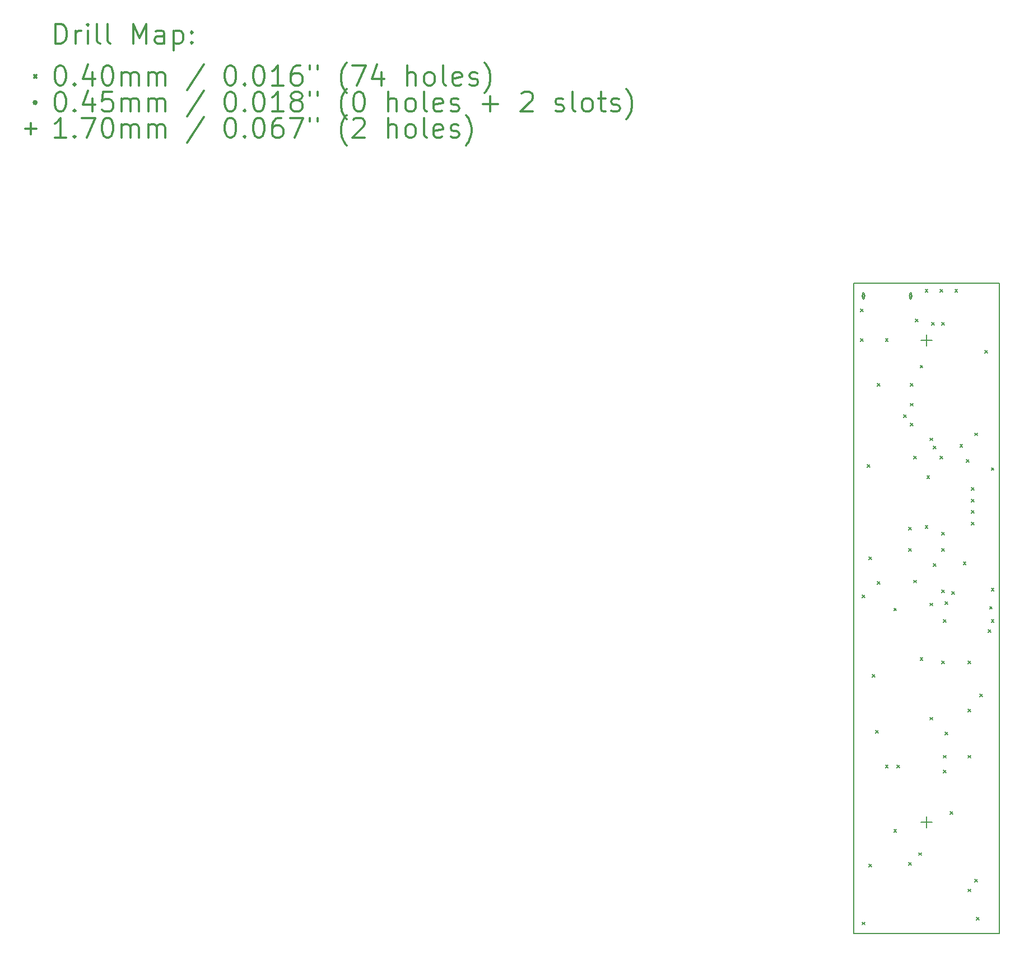
<source format=gbr>
%FSLAX45Y45*%
G04 Gerber Fmt 4.5, Leading zero omitted, Abs format (unit mm)*
G04 Created by KiCad (PCBNEW (5.1.6)-1) date 2021-08-10 23:20:13*
%MOMM*%
%LPD*%
G01*
G04 APERTURE LIST*
%TA.AperFunction,Profile*%
%ADD10C,0.150000*%
%TD*%
%ADD11C,0.200000*%
%ADD12C,0.300000*%
G04 APERTURE END LIST*
D10*
X12350000Y-13930000D02*
X12350000Y-4087500D01*
X14550000Y-13930000D02*
X12350000Y-13930000D01*
X14550000Y-4087500D02*
X14550000Y-13930000D01*
X12350000Y-4087500D02*
X14550000Y-4087500D01*
D11*
X12455000Y-4480000D02*
X12495000Y-4520000D01*
X12495000Y-4480000D02*
X12455000Y-4520000D01*
X12455000Y-4930000D02*
X12495000Y-4970000D01*
X12495000Y-4930000D02*
X12455000Y-4970000D01*
X12480000Y-8805000D02*
X12520000Y-8845000D01*
X12520000Y-8805000D02*
X12480000Y-8845000D01*
X12480000Y-13755000D02*
X12520000Y-13795000D01*
X12520000Y-13755000D02*
X12480000Y-13795000D01*
X12555000Y-6830000D02*
X12595000Y-6870000D01*
X12595000Y-6830000D02*
X12555000Y-6870000D01*
X12580000Y-8230000D02*
X12620000Y-8270000D01*
X12620000Y-8230000D02*
X12580000Y-8270000D01*
X12580000Y-12880000D02*
X12620000Y-12920000D01*
X12620000Y-12880000D02*
X12580000Y-12920000D01*
X12630000Y-10005000D02*
X12670000Y-10045000D01*
X12670000Y-10005000D02*
X12630000Y-10045000D01*
X12680000Y-10855000D02*
X12720000Y-10895000D01*
X12720000Y-10855000D02*
X12680000Y-10895000D01*
X12705000Y-5605000D02*
X12745000Y-5645000D01*
X12745000Y-5605000D02*
X12705000Y-5645000D01*
X12705000Y-8605000D02*
X12745000Y-8645000D01*
X12745000Y-8605000D02*
X12705000Y-8645000D01*
X12830000Y-4930000D02*
X12870000Y-4970000D01*
X12870000Y-4930000D02*
X12830000Y-4970000D01*
X12830000Y-11380000D02*
X12870000Y-11420000D01*
X12870000Y-11380000D02*
X12830000Y-11420000D01*
X12955000Y-9005000D02*
X12995000Y-9045000D01*
X12995000Y-9005000D02*
X12955000Y-9045000D01*
X12955000Y-12355000D02*
X12995000Y-12395000D01*
X12995000Y-12355000D02*
X12955000Y-12395000D01*
X13005000Y-11380000D02*
X13045000Y-11420000D01*
X13045000Y-11380000D02*
X13005000Y-11420000D01*
X13105000Y-6080000D02*
X13145000Y-6120000D01*
X13145000Y-6080000D02*
X13105000Y-6120000D01*
X13180000Y-7780000D02*
X13220000Y-7820000D01*
X13220000Y-7780000D02*
X13180000Y-7820000D01*
X13180000Y-8105000D02*
X13220000Y-8145000D01*
X13220000Y-8105000D02*
X13180000Y-8145000D01*
X13180000Y-12855000D02*
X13220000Y-12895000D01*
X13220000Y-12855000D02*
X13180000Y-12895000D01*
X13205000Y-5605000D02*
X13245000Y-5645000D01*
X13245000Y-5605000D02*
X13205000Y-5645000D01*
X13205000Y-5905000D02*
X13245000Y-5945000D01*
X13245000Y-5905000D02*
X13205000Y-5945000D01*
X13205000Y-6205000D02*
X13245000Y-6245000D01*
X13245000Y-6205000D02*
X13205000Y-6245000D01*
X13255000Y-6705000D02*
X13295000Y-6745000D01*
X13295000Y-6705000D02*
X13255000Y-6745000D01*
X13255000Y-8580000D02*
X13295000Y-8620000D01*
X13295000Y-8580000D02*
X13255000Y-8620000D01*
X13280000Y-4630000D02*
X13320000Y-4670000D01*
X13320000Y-4630000D02*
X13280000Y-4670000D01*
X13330000Y-12705000D02*
X13370000Y-12745000D01*
X13370000Y-12705000D02*
X13330000Y-12745000D01*
X13355000Y-5330000D02*
X13395000Y-5370000D01*
X13395000Y-5330000D02*
X13355000Y-5370000D01*
X13355000Y-9755000D02*
X13395000Y-9795000D01*
X13395000Y-9755000D02*
X13355000Y-9795000D01*
X13430000Y-4180000D02*
X13470000Y-4220000D01*
X13470000Y-4180000D02*
X13430000Y-4220000D01*
X13430000Y-7755000D02*
X13470000Y-7795000D01*
X13470000Y-7755000D02*
X13430000Y-7795000D01*
X13455000Y-7005000D02*
X13495000Y-7045000D01*
X13495000Y-7005000D02*
X13455000Y-7045000D01*
X13503735Y-8928735D02*
X13543735Y-8968735D01*
X13543735Y-8928735D02*
X13503735Y-8968735D01*
X13505000Y-6430000D02*
X13545000Y-6470000D01*
X13545000Y-6430000D02*
X13505000Y-6470000D01*
X13505000Y-10655000D02*
X13545000Y-10695000D01*
X13545000Y-10655000D02*
X13505000Y-10695000D01*
X13530000Y-4680000D02*
X13570000Y-4720000D01*
X13570000Y-4680000D02*
X13530000Y-4720000D01*
X13555000Y-6555000D02*
X13595000Y-6595000D01*
X13595000Y-6555000D02*
X13555000Y-6595000D01*
X13555000Y-8330000D02*
X13595000Y-8370000D01*
X13595000Y-8330000D02*
X13555000Y-8370000D01*
X13655000Y-4180000D02*
X13695000Y-4220000D01*
X13695000Y-4180000D02*
X13655000Y-4220000D01*
X13655000Y-6705000D02*
X13695000Y-6745000D01*
X13695000Y-6705000D02*
X13655000Y-6745000D01*
X13680000Y-4680000D02*
X13720000Y-4720000D01*
X13720000Y-4680000D02*
X13680000Y-4720000D01*
X13680000Y-7855000D02*
X13720000Y-7895000D01*
X13720000Y-7855000D02*
X13680000Y-7895000D01*
X13680000Y-8105000D02*
X13720000Y-8145000D01*
X13720000Y-8105000D02*
X13680000Y-8145000D01*
X13680000Y-8730000D02*
X13720000Y-8770000D01*
X13720000Y-8730000D02*
X13680000Y-8770000D01*
X13680000Y-9805000D02*
X13720000Y-9845000D01*
X13720000Y-9805000D02*
X13680000Y-9845000D01*
X13705000Y-9180000D02*
X13745000Y-9220000D01*
X13745000Y-9180000D02*
X13705000Y-9220000D01*
X13705000Y-11230000D02*
X13745000Y-11270000D01*
X13745000Y-11230000D02*
X13705000Y-11270000D01*
X13705000Y-11455000D02*
X13745000Y-11495000D01*
X13745000Y-11455000D02*
X13705000Y-11495000D01*
X13730000Y-8905000D02*
X13770000Y-8945000D01*
X13770000Y-8905000D02*
X13730000Y-8945000D01*
X13730000Y-10880000D02*
X13770000Y-10920000D01*
X13770000Y-10880000D02*
X13730000Y-10920000D01*
X13805000Y-12080000D02*
X13845000Y-12120000D01*
X13845000Y-12080000D02*
X13805000Y-12120000D01*
X13830000Y-8755000D02*
X13870000Y-8795000D01*
X13870000Y-8755000D02*
X13830000Y-8795000D01*
X13880000Y-4180000D02*
X13920000Y-4220000D01*
X13920000Y-4180000D02*
X13880000Y-4220000D01*
X13955000Y-6530000D02*
X13995000Y-6570000D01*
X13995000Y-6530000D02*
X13955000Y-6570000D01*
X14005000Y-8305000D02*
X14045000Y-8345000D01*
X14045000Y-8305000D02*
X14005000Y-8345000D01*
X14055000Y-6755000D02*
X14095000Y-6795000D01*
X14095000Y-6755000D02*
X14055000Y-6795000D01*
X14080000Y-9805000D02*
X14120000Y-9845000D01*
X14120000Y-9805000D02*
X14080000Y-9845000D01*
X14080000Y-10530000D02*
X14120000Y-10570000D01*
X14120000Y-10530000D02*
X14080000Y-10570000D01*
X14080000Y-11230000D02*
X14120000Y-11270000D01*
X14120000Y-11230000D02*
X14080000Y-11270000D01*
X14080000Y-13255000D02*
X14120000Y-13295000D01*
X14120000Y-13255000D02*
X14080000Y-13295000D01*
X14130000Y-7180000D02*
X14170000Y-7220000D01*
X14170000Y-7180000D02*
X14130000Y-7220000D01*
X14130000Y-7355000D02*
X14170000Y-7395000D01*
X14170000Y-7355000D02*
X14130000Y-7395000D01*
X14130000Y-7530000D02*
X14170000Y-7570000D01*
X14170000Y-7530000D02*
X14130000Y-7570000D01*
X14130000Y-7705000D02*
X14170000Y-7745000D01*
X14170000Y-7705000D02*
X14130000Y-7745000D01*
X14180000Y-6355000D02*
X14220000Y-6395000D01*
X14220000Y-6355000D02*
X14180000Y-6395000D01*
X14180000Y-13105000D02*
X14220000Y-13145000D01*
X14220000Y-13105000D02*
X14180000Y-13145000D01*
X14205000Y-13680000D02*
X14245000Y-13720000D01*
X14245000Y-13680000D02*
X14205000Y-13720000D01*
X14255000Y-10305000D02*
X14295000Y-10345000D01*
X14295000Y-10305000D02*
X14255000Y-10345000D01*
X14330000Y-5105000D02*
X14370000Y-5145000D01*
X14370000Y-5105000D02*
X14330000Y-5145000D01*
X14380000Y-9330000D02*
X14420000Y-9370000D01*
X14420000Y-9330000D02*
X14380000Y-9370000D01*
X14405000Y-8980000D02*
X14445000Y-9020000D01*
X14445000Y-8980000D02*
X14405000Y-9020000D01*
X14430000Y-6880000D02*
X14470000Y-6920000D01*
X14470000Y-6880000D02*
X14430000Y-6920000D01*
X14430000Y-8705000D02*
X14470000Y-8745000D01*
X14470000Y-8705000D02*
X14430000Y-8745000D01*
X14430000Y-9180000D02*
X14470000Y-9220000D01*
X14470000Y-9180000D02*
X14430000Y-9220000D01*
X12519000Y-4280000D02*
G75*
G03*
X12519000Y-4280000I-22500J0D01*
G01*
X12509000Y-4320000D02*
X12509000Y-4240000D01*
X12484000Y-4320000D02*
X12484000Y-4240000D01*
X12509000Y-4240000D02*
G75*
G03*
X12484000Y-4240000I-12500J0D01*
G01*
X12484000Y-4320000D02*
G75*
G03*
X12509000Y-4320000I12500J0D01*
G01*
X13234000Y-4280000D02*
G75*
G03*
X13234000Y-4280000I-22500J0D01*
G01*
X13199000Y-4240000D02*
X13199000Y-4320000D01*
X13224000Y-4240000D02*
X13224000Y-4320000D01*
X13199000Y-4320000D02*
G75*
G03*
X13224000Y-4320000I12500J0D01*
G01*
X13224000Y-4240000D02*
G75*
G03*
X13199000Y-4240000I-12500J0D01*
G01*
X13450000Y-4865000D02*
X13450000Y-5035000D01*
X13365000Y-4950000D02*
X13535000Y-4950000D01*
X13450000Y-12155000D02*
X13450000Y-12325000D01*
X13365000Y-12240000D02*
X13535000Y-12240000D01*
D12*
X286429Y-465714D02*
X286429Y-165714D01*
X357857Y-165714D01*
X400714Y-180000D01*
X429286Y-208571D01*
X443571Y-237143D01*
X457857Y-294286D01*
X457857Y-337143D01*
X443571Y-394286D01*
X429286Y-422857D01*
X400714Y-451428D01*
X357857Y-465714D01*
X286429Y-465714D01*
X586429Y-465714D02*
X586429Y-265714D01*
X586429Y-322857D02*
X600714Y-294286D01*
X615000Y-280000D01*
X643571Y-265714D01*
X672143Y-265714D01*
X772143Y-465714D02*
X772143Y-265714D01*
X772143Y-165714D02*
X757857Y-180000D01*
X772143Y-194286D01*
X786428Y-180000D01*
X772143Y-165714D01*
X772143Y-194286D01*
X957857Y-465714D02*
X929286Y-451428D01*
X915000Y-422857D01*
X915000Y-165714D01*
X1115000Y-465714D02*
X1086429Y-451428D01*
X1072143Y-422857D01*
X1072143Y-165714D01*
X1457857Y-465714D02*
X1457857Y-165714D01*
X1557857Y-380000D01*
X1657857Y-165714D01*
X1657857Y-465714D01*
X1929286Y-465714D02*
X1929286Y-308571D01*
X1915000Y-280000D01*
X1886428Y-265714D01*
X1829286Y-265714D01*
X1800714Y-280000D01*
X1929286Y-451428D02*
X1900714Y-465714D01*
X1829286Y-465714D01*
X1800714Y-451428D01*
X1786428Y-422857D01*
X1786428Y-394286D01*
X1800714Y-365714D01*
X1829286Y-351428D01*
X1900714Y-351428D01*
X1929286Y-337143D01*
X2072143Y-265714D02*
X2072143Y-565714D01*
X2072143Y-280000D02*
X2100714Y-265714D01*
X2157857Y-265714D01*
X2186429Y-280000D01*
X2200714Y-294286D01*
X2215000Y-322857D01*
X2215000Y-408571D01*
X2200714Y-437143D01*
X2186429Y-451428D01*
X2157857Y-465714D01*
X2100714Y-465714D01*
X2072143Y-451428D01*
X2343571Y-437143D02*
X2357857Y-451428D01*
X2343571Y-465714D01*
X2329286Y-451428D01*
X2343571Y-437143D01*
X2343571Y-465714D01*
X2343571Y-280000D02*
X2357857Y-294286D01*
X2343571Y-308571D01*
X2329286Y-294286D01*
X2343571Y-280000D01*
X2343571Y-308571D01*
X-40000Y-940000D02*
X0Y-980000D01*
X0Y-940000D02*
X-40000Y-980000D01*
X343571Y-795714D02*
X372143Y-795714D01*
X400714Y-810000D01*
X415000Y-824286D01*
X429286Y-852857D01*
X443571Y-910000D01*
X443571Y-981428D01*
X429286Y-1038571D01*
X415000Y-1067143D01*
X400714Y-1081429D01*
X372143Y-1095714D01*
X343571Y-1095714D01*
X315000Y-1081429D01*
X300714Y-1067143D01*
X286429Y-1038571D01*
X272143Y-981428D01*
X272143Y-910000D01*
X286429Y-852857D01*
X300714Y-824286D01*
X315000Y-810000D01*
X343571Y-795714D01*
X572143Y-1067143D02*
X586429Y-1081429D01*
X572143Y-1095714D01*
X557857Y-1081429D01*
X572143Y-1067143D01*
X572143Y-1095714D01*
X843571Y-895714D02*
X843571Y-1095714D01*
X772143Y-781428D02*
X700714Y-995714D01*
X886428Y-995714D01*
X1057857Y-795714D02*
X1086429Y-795714D01*
X1115000Y-810000D01*
X1129286Y-824286D01*
X1143571Y-852857D01*
X1157857Y-910000D01*
X1157857Y-981428D01*
X1143571Y-1038571D01*
X1129286Y-1067143D01*
X1115000Y-1081429D01*
X1086429Y-1095714D01*
X1057857Y-1095714D01*
X1029286Y-1081429D01*
X1015000Y-1067143D01*
X1000714Y-1038571D01*
X986428Y-981428D01*
X986428Y-910000D01*
X1000714Y-852857D01*
X1015000Y-824286D01*
X1029286Y-810000D01*
X1057857Y-795714D01*
X1286429Y-1095714D02*
X1286429Y-895714D01*
X1286429Y-924286D02*
X1300714Y-910000D01*
X1329286Y-895714D01*
X1372143Y-895714D01*
X1400714Y-910000D01*
X1415000Y-938571D01*
X1415000Y-1095714D01*
X1415000Y-938571D02*
X1429286Y-910000D01*
X1457857Y-895714D01*
X1500714Y-895714D01*
X1529286Y-910000D01*
X1543571Y-938571D01*
X1543571Y-1095714D01*
X1686428Y-1095714D02*
X1686428Y-895714D01*
X1686428Y-924286D02*
X1700714Y-910000D01*
X1729286Y-895714D01*
X1772143Y-895714D01*
X1800714Y-910000D01*
X1815000Y-938571D01*
X1815000Y-1095714D01*
X1815000Y-938571D02*
X1829286Y-910000D01*
X1857857Y-895714D01*
X1900714Y-895714D01*
X1929286Y-910000D01*
X1943571Y-938571D01*
X1943571Y-1095714D01*
X2529286Y-781428D02*
X2272143Y-1167143D01*
X2915000Y-795714D02*
X2943571Y-795714D01*
X2972143Y-810000D01*
X2986428Y-824286D01*
X3000714Y-852857D01*
X3015000Y-910000D01*
X3015000Y-981428D01*
X3000714Y-1038571D01*
X2986428Y-1067143D01*
X2972143Y-1081429D01*
X2943571Y-1095714D01*
X2915000Y-1095714D01*
X2886428Y-1081429D01*
X2872143Y-1067143D01*
X2857857Y-1038571D01*
X2843571Y-981428D01*
X2843571Y-910000D01*
X2857857Y-852857D01*
X2872143Y-824286D01*
X2886428Y-810000D01*
X2915000Y-795714D01*
X3143571Y-1067143D02*
X3157857Y-1081429D01*
X3143571Y-1095714D01*
X3129286Y-1081429D01*
X3143571Y-1067143D01*
X3143571Y-1095714D01*
X3343571Y-795714D02*
X3372143Y-795714D01*
X3400714Y-810000D01*
X3415000Y-824286D01*
X3429286Y-852857D01*
X3443571Y-910000D01*
X3443571Y-981428D01*
X3429286Y-1038571D01*
X3415000Y-1067143D01*
X3400714Y-1081429D01*
X3372143Y-1095714D01*
X3343571Y-1095714D01*
X3315000Y-1081429D01*
X3300714Y-1067143D01*
X3286428Y-1038571D01*
X3272143Y-981428D01*
X3272143Y-910000D01*
X3286428Y-852857D01*
X3300714Y-824286D01*
X3315000Y-810000D01*
X3343571Y-795714D01*
X3729286Y-1095714D02*
X3557857Y-1095714D01*
X3643571Y-1095714D02*
X3643571Y-795714D01*
X3615000Y-838571D01*
X3586428Y-867143D01*
X3557857Y-881428D01*
X3986428Y-795714D02*
X3929286Y-795714D01*
X3900714Y-810000D01*
X3886428Y-824286D01*
X3857857Y-867143D01*
X3843571Y-924286D01*
X3843571Y-1038571D01*
X3857857Y-1067143D01*
X3872143Y-1081429D01*
X3900714Y-1095714D01*
X3957857Y-1095714D01*
X3986428Y-1081429D01*
X4000714Y-1067143D01*
X4015000Y-1038571D01*
X4015000Y-967143D01*
X4000714Y-938571D01*
X3986428Y-924286D01*
X3957857Y-910000D01*
X3900714Y-910000D01*
X3872143Y-924286D01*
X3857857Y-938571D01*
X3843571Y-967143D01*
X4129286Y-795714D02*
X4129286Y-852857D01*
X4243571Y-795714D02*
X4243571Y-852857D01*
X4686429Y-1210000D02*
X4672143Y-1195714D01*
X4643571Y-1152857D01*
X4629286Y-1124286D01*
X4615000Y-1081429D01*
X4600714Y-1010000D01*
X4600714Y-952857D01*
X4615000Y-881428D01*
X4629286Y-838571D01*
X4643571Y-810000D01*
X4672143Y-767143D01*
X4686429Y-752857D01*
X4772143Y-795714D02*
X4972143Y-795714D01*
X4843571Y-1095714D01*
X5215000Y-895714D02*
X5215000Y-1095714D01*
X5143571Y-781428D02*
X5072143Y-995714D01*
X5257857Y-995714D01*
X5600714Y-1095714D02*
X5600714Y-795714D01*
X5729286Y-1095714D02*
X5729286Y-938571D01*
X5715000Y-910000D01*
X5686428Y-895714D01*
X5643571Y-895714D01*
X5615000Y-910000D01*
X5600714Y-924286D01*
X5915000Y-1095714D02*
X5886428Y-1081429D01*
X5872143Y-1067143D01*
X5857857Y-1038571D01*
X5857857Y-952857D01*
X5872143Y-924286D01*
X5886428Y-910000D01*
X5915000Y-895714D01*
X5957857Y-895714D01*
X5986428Y-910000D01*
X6000714Y-924286D01*
X6015000Y-952857D01*
X6015000Y-1038571D01*
X6000714Y-1067143D01*
X5986428Y-1081429D01*
X5957857Y-1095714D01*
X5915000Y-1095714D01*
X6186428Y-1095714D02*
X6157857Y-1081429D01*
X6143571Y-1052857D01*
X6143571Y-795714D01*
X6415000Y-1081429D02*
X6386428Y-1095714D01*
X6329286Y-1095714D01*
X6300714Y-1081429D01*
X6286428Y-1052857D01*
X6286428Y-938571D01*
X6300714Y-910000D01*
X6329286Y-895714D01*
X6386428Y-895714D01*
X6415000Y-910000D01*
X6429286Y-938571D01*
X6429286Y-967143D01*
X6286428Y-995714D01*
X6543571Y-1081429D02*
X6572143Y-1095714D01*
X6629286Y-1095714D01*
X6657857Y-1081429D01*
X6672143Y-1052857D01*
X6672143Y-1038571D01*
X6657857Y-1010000D01*
X6629286Y-995714D01*
X6586428Y-995714D01*
X6557857Y-981428D01*
X6543571Y-952857D01*
X6543571Y-938571D01*
X6557857Y-910000D01*
X6586428Y-895714D01*
X6629286Y-895714D01*
X6657857Y-910000D01*
X6772143Y-1210000D02*
X6786428Y-1195714D01*
X6815000Y-1152857D01*
X6829286Y-1124286D01*
X6843571Y-1081429D01*
X6857857Y-1010000D01*
X6857857Y-952857D01*
X6843571Y-881428D01*
X6829286Y-838571D01*
X6815000Y-810000D01*
X6786428Y-767143D01*
X6772143Y-752857D01*
X0Y-1356000D02*
G75*
G03*
X0Y-1356000I-22500J0D01*
G01*
X343571Y-1191714D02*
X372143Y-1191714D01*
X400714Y-1206000D01*
X415000Y-1220286D01*
X429286Y-1248857D01*
X443571Y-1306000D01*
X443571Y-1377429D01*
X429286Y-1434571D01*
X415000Y-1463143D01*
X400714Y-1477428D01*
X372143Y-1491714D01*
X343571Y-1491714D01*
X315000Y-1477428D01*
X300714Y-1463143D01*
X286429Y-1434571D01*
X272143Y-1377429D01*
X272143Y-1306000D01*
X286429Y-1248857D01*
X300714Y-1220286D01*
X315000Y-1206000D01*
X343571Y-1191714D01*
X572143Y-1463143D02*
X586429Y-1477428D01*
X572143Y-1491714D01*
X557857Y-1477428D01*
X572143Y-1463143D01*
X572143Y-1491714D01*
X843571Y-1291714D02*
X843571Y-1491714D01*
X772143Y-1177429D02*
X700714Y-1391714D01*
X886428Y-1391714D01*
X1143571Y-1191714D02*
X1000714Y-1191714D01*
X986428Y-1334571D01*
X1000714Y-1320286D01*
X1029286Y-1306000D01*
X1100714Y-1306000D01*
X1129286Y-1320286D01*
X1143571Y-1334571D01*
X1157857Y-1363143D01*
X1157857Y-1434571D01*
X1143571Y-1463143D01*
X1129286Y-1477428D01*
X1100714Y-1491714D01*
X1029286Y-1491714D01*
X1000714Y-1477428D01*
X986428Y-1463143D01*
X1286429Y-1491714D02*
X1286429Y-1291714D01*
X1286429Y-1320286D02*
X1300714Y-1306000D01*
X1329286Y-1291714D01*
X1372143Y-1291714D01*
X1400714Y-1306000D01*
X1415000Y-1334571D01*
X1415000Y-1491714D01*
X1415000Y-1334571D02*
X1429286Y-1306000D01*
X1457857Y-1291714D01*
X1500714Y-1291714D01*
X1529286Y-1306000D01*
X1543571Y-1334571D01*
X1543571Y-1491714D01*
X1686428Y-1491714D02*
X1686428Y-1291714D01*
X1686428Y-1320286D02*
X1700714Y-1306000D01*
X1729286Y-1291714D01*
X1772143Y-1291714D01*
X1800714Y-1306000D01*
X1815000Y-1334571D01*
X1815000Y-1491714D01*
X1815000Y-1334571D02*
X1829286Y-1306000D01*
X1857857Y-1291714D01*
X1900714Y-1291714D01*
X1929286Y-1306000D01*
X1943571Y-1334571D01*
X1943571Y-1491714D01*
X2529286Y-1177429D02*
X2272143Y-1563143D01*
X2915000Y-1191714D02*
X2943571Y-1191714D01*
X2972143Y-1206000D01*
X2986428Y-1220286D01*
X3000714Y-1248857D01*
X3015000Y-1306000D01*
X3015000Y-1377429D01*
X3000714Y-1434571D01*
X2986428Y-1463143D01*
X2972143Y-1477428D01*
X2943571Y-1491714D01*
X2915000Y-1491714D01*
X2886428Y-1477428D01*
X2872143Y-1463143D01*
X2857857Y-1434571D01*
X2843571Y-1377429D01*
X2843571Y-1306000D01*
X2857857Y-1248857D01*
X2872143Y-1220286D01*
X2886428Y-1206000D01*
X2915000Y-1191714D01*
X3143571Y-1463143D02*
X3157857Y-1477428D01*
X3143571Y-1491714D01*
X3129286Y-1477428D01*
X3143571Y-1463143D01*
X3143571Y-1491714D01*
X3343571Y-1191714D02*
X3372143Y-1191714D01*
X3400714Y-1206000D01*
X3415000Y-1220286D01*
X3429286Y-1248857D01*
X3443571Y-1306000D01*
X3443571Y-1377429D01*
X3429286Y-1434571D01*
X3415000Y-1463143D01*
X3400714Y-1477428D01*
X3372143Y-1491714D01*
X3343571Y-1491714D01*
X3315000Y-1477428D01*
X3300714Y-1463143D01*
X3286428Y-1434571D01*
X3272143Y-1377429D01*
X3272143Y-1306000D01*
X3286428Y-1248857D01*
X3300714Y-1220286D01*
X3315000Y-1206000D01*
X3343571Y-1191714D01*
X3729286Y-1491714D02*
X3557857Y-1491714D01*
X3643571Y-1491714D02*
X3643571Y-1191714D01*
X3615000Y-1234571D01*
X3586428Y-1263143D01*
X3557857Y-1277429D01*
X3900714Y-1320286D02*
X3872143Y-1306000D01*
X3857857Y-1291714D01*
X3843571Y-1263143D01*
X3843571Y-1248857D01*
X3857857Y-1220286D01*
X3872143Y-1206000D01*
X3900714Y-1191714D01*
X3957857Y-1191714D01*
X3986428Y-1206000D01*
X4000714Y-1220286D01*
X4015000Y-1248857D01*
X4015000Y-1263143D01*
X4000714Y-1291714D01*
X3986428Y-1306000D01*
X3957857Y-1320286D01*
X3900714Y-1320286D01*
X3872143Y-1334571D01*
X3857857Y-1348857D01*
X3843571Y-1377429D01*
X3843571Y-1434571D01*
X3857857Y-1463143D01*
X3872143Y-1477428D01*
X3900714Y-1491714D01*
X3957857Y-1491714D01*
X3986428Y-1477428D01*
X4000714Y-1463143D01*
X4015000Y-1434571D01*
X4015000Y-1377429D01*
X4000714Y-1348857D01*
X3986428Y-1334571D01*
X3957857Y-1320286D01*
X4129286Y-1191714D02*
X4129286Y-1248857D01*
X4243571Y-1191714D02*
X4243571Y-1248857D01*
X4686429Y-1606000D02*
X4672143Y-1591714D01*
X4643571Y-1548857D01*
X4629286Y-1520286D01*
X4615000Y-1477428D01*
X4600714Y-1406000D01*
X4600714Y-1348857D01*
X4615000Y-1277429D01*
X4629286Y-1234571D01*
X4643571Y-1206000D01*
X4672143Y-1163143D01*
X4686429Y-1148857D01*
X4857857Y-1191714D02*
X4886429Y-1191714D01*
X4915000Y-1206000D01*
X4929286Y-1220286D01*
X4943571Y-1248857D01*
X4957857Y-1306000D01*
X4957857Y-1377429D01*
X4943571Y-1434571D01*
X4929286Y-1463143D01*
X4915000Y-1477428D01*
X4886429Y-1491714D01*
X4857857Y-1491714D01*
X4829286Y-1477428D01*
X4815000Y-1463143D01*
X4800714Y-1434571D01*
X4786429Y-1377429D01*
X4786429Y-1306000D01*
X4800714Y-1248857D01*
X4815000Y-1220286D01*
X4829286Y-1206000D01*
X4857857Y-1191714D01*
X5315000Y-1491714D02*
X5315000Y-1191714D01*
X5443571Y-1491714D02*
X5443571Y-1334571D01*
X5429286Y-1306000D01*
X5400714Y-1291714D01*
X5357857Y-1291714D01*
X5329286Y-1306000D01*
X5315000Y-1320286D01*
X5629286Y-1491714D02*
X5600714Y-1477428D01*
X5586429Y-1463143D01*
X5572143Y-1434571D01*
X5572143Y-1348857D01*
X5586429Y-1320286D01*
X5600714Y-1306000D01*
X5629286Y-1291714D01*
X5672143Y-1291714D01*
X5700714Y-1306000D01*
X5715000Y-1320286D01*
X5729286Y-1348857D01*
X5729286Y-1434571D01*
X5715000Y-1463143D01*
X5700714Y-1477428D01*
X5672143Y-1491714D01*
X5629286Y-1491714D01*
X5900714Y-1491714D02*
X5872143Y-1477428D01*
X5857857Y-1448857D01*
X5857857Y-1191714D01*
X6129286Y-1477428D02*
X6100714Y-1491714D01*
X6043571Y-1491714D01*
X6015000Y-1477428D01*
X6000714Y-1448857D01*
X6000714Y-1334571D01*
X6015000Y-1306000D01*
X6043571Y-1291714D01*
X6100714Y-1291714D01*
X6129286Y-1306000D01*
X6143571Y-1334571D01*
X6143571Y-1363143D01*
X6000714Y-1391714D01*
X6257857Y-1477428D02*
X6286428Y-1491714D01*
X6343571Y-1491714D01*
X6372143Y-1477428D01*
X6386428Y-1448857D01*
X6386428Y-1434571D01*
X6372143Y-1406000D01*
X6343571Y-1391714D01*
X6300714Y-1391714D01*
X6272143Y-1377429D01*
X6257857Y-1348857D01*
X6257857Y-1334571D01*
X6272143Y-1306000D01*
X6300714Y-1291714D01*
X6343571Y-1291714D01*
X6372143Y-1306000D01*
X6743571Y-1377429D02*
X6972143Y-1377429D01*
X6857857Y-1491714D02*
X6857857Y-1263143D01*
X7329286Y-1220286D02*
X7343571Y-1206000D01*
X7372143Y-1191714D01*
X7443571Y-1191714D01*
X7472143Y-1206000D01*
X7486428Y-1220286D01*
X7500714Y-1248857D01*
X7500714Y-1277429D01*
X7486428Y-1320286D01*
X7315000Y-1491714D01*
X7500714Y-1491714D01*
X7843571Y-1477428D02*
X7872143Y-1491714D01*
X7929286Y-1491714D01*
X7957857Y-1477428D01*
X7972143Y-1448857D01*
X7972143Y-1434571D01*
X7957857Y-1406000D01*
X7929286Y-1391714D01*
X7886428Y-1391714D01*
X7857857Y-1377429D01*
X7843571Y-1348857D01*
X7843571Y-1334571D01*
X7857857Y-1306000D01*
X7886428Y-1291714D01*
X7929286Y-1291714D01*
X7957857Y-1306000D01*
X8143571Y-1491714D02*
X8115000Y-1477428D01*
X8100714Y-1448857D01*
X8100714Y-1191714D01*
X8300714Y-1491714D02*
X8272143Y-1477428D01*
X8257857Y-1463143D01*
X8243571Y-1434571D01*
X8243571Y-1348857D01*
X8257857Y-1320286D01*
X8272143Y-1306000D01*
X8300714Y-1291714D01*
X8343571Y-1291714D01*
X8372143Y-1306000D01*
X8386428Y-1320286D01*
X8400714Y-1348857D01*
X8400714Y-1434571D01*
X8386428Y-1463143D01*
X8372143Y-1477428D01*
X8343571Y-1491714D01*
X8300714Y-1491714D01*
X8486429Y-1291714D02*
X8600714Y-1291714D01*
X8529286Y-1191714D02*
X8529286Y-1448857D01*
X8543571Y-1477428D01*
X8572143Y-1491714D01*
X8600714Y-1491714D01*
X8686429Y-1477428D02*
X8715000Y-1491714D01*
X8772143Y-1491714D01*
X8800714Y-1477428D01*
X8815000Y-1448857D01*
X8815000Y-1434571D01*
X8800714Y-1406000D01*
X8772143Y-1391714D01*
X8729286Y-1391714D01*
X8700714Y-1377429D01*
X8686429Y-1348857D01*
X8686429Y-1334571D01*
X8700714Y-1306000D01*
X8729286Y-1291714D01*
X8772143Y-1291714D01*
X8800714Y-1306000D01*
X8915000Y-1606000D02*
X8929286Y-1591714D01*
X8957857Y-1548857D01*
X8972143Y-1520286D01*
X8986429Y-1477428D01*
X9000714Y-1406000D01*
X9000714Y-1348857D01*
X8986429Y-1277429D01*
X8972143Y-1234571D01*
X8957857Y-1206000D01*
X8929286Y-1163143D01*
X8915000Y-1148857D01*
X-85000Y-1667000D02*
X-85000Y-1837000D01*
X-170000Y-1752000D02*
X0Y-1752000D01*
X443571Y-1887714D02*
X272143Y-1887714D01*
X357857Y-1887714D02*
X357857Y-1587714D01*
X329286Y-1630571D01*
X300714Y-1659143D01*
X272143Y-1673428D01*
X572143Y-1859143D02*
X586429Y-1873428D01*
X572143Y-1887714D01*
X557857Y-1873428D01*
X572143Y-1859143D01*
X572143Y-1887714D01*
X686429Y-1587714D02*
X886428Y-1587714D01*
X757857Y-1887714D01*
X1057857Y-1587714D02*
X1086429Y-1587714D01*
X1115000Y-1602000D01*
X1129286Y-1616286D01*
X1143571Y-1644857D01*
X1157857Y-1702000D01*
X1157857Y-1773428D01*
X1143571Y-1830571D01*
X1129286Y-1859143D01*
X1115000Y-1873428D01*
X1086429Y-1887714D01*
X1057857Y-1887714D01*
X1029286Y-1873428D01*
X1015000Y-1859143D01*
X1000714Y-1830571D01*
X986428Y-1773428D01*
X986428Y-1702000D01*
X1000714Y-1644857D01*
X1015000Y-1616286D01*
X1029286Y-1602000D01*
X1057857Y-1587714D01*
X1286429Y-1887714D02*
X1286429Y-1687714D01*
X1286429Y-1716286D02*
X1300714Y-1702000D01*
X1329286Y-1687714D01*
X1372143Y-1687714D01*
X1400714Y-1702000D01*
X1415000Y-1730571D01*
X1415000Y-1887714D01*
X1415000Y-1730571D02*
X1429286Y-1702000D01*
X1457857Y-1687714D01*
X1500714Y-1687714D01*
X1529286Y-1702000D01*
X1543571Y-1730571D01*
X1543571Y-1887714D01*
X1686428Y-1887714D02*
X1686428Y-1687714D01*
X1686428Y-1716286D02*
X1700714Y-1702000D01*
X1729286Y-1687714D01*
X1772143Y-1687714D01*
X1800714Y-1702000D01*
X1815000Y-1730571D01*
X1815000Y-1887714D01*
X1815000Y-1730571D02*
X1829286Y-1702000D01*
X1857857Y-1687714D01*
X1900714Y-1687714D01*
X1929286Y-1702000D01*
X1943571Y-1730571D01*
X1943571Y-1887714D01*
X2529286Y-1573428D02*
X2272143Y-1959143D01*
X2915000Y-1587714D02*
X2943571Y-1587714D01*
X2972143Y-1602000D01*
X2986428Y-1616286D01*
X3000714Y-1644857D01*
X3015000Y-1702000D01*
X3015000Y-1773428D01*
X3000714Y-1830571D01*
X2986428Y-1859143D01*
X2972143Y-1873428D01*
X2943571Y-1887714D01*
X2915000Y-1887714D01*
X2886428Y-1873428D01*
X2872143Y-1859143D01*
X2857857Y-1830571D01*
X2843571Y-1773428D01*
X2843571Y-1702000D01*
X2857857Y-1644857D01*
X2872143Y-1616286D01*
X2886428Y-1602000D01*
X2915000Y-1587714D01*
X3143571Y-1859143D02*
X3157857Y-1873428D01*
X3143571Y-1887714D01*
X3129286Y-1873428D01*
X3143571Y-1859143D01*
X3143571Y-1887714D01*
X3343571Y-1587714D02*
X3372143Y-1587714D01*
X3400714Y-1602000D01*
X3415000Y-1616286D01*
X3429286Y-1644857D01*
X3443571Y-1702000D01*
X3443571Y-1773428D01*
X3429286Y-1830571D01*
X3415000Y-1859143D01*
X3400714Y-1873428D01*
X3372143Y-1887714D01*
X3343571Y-1887714D01*
X3315000Y-1873428D01*
X3300714Y-1859143D01*
X3286428Y-1830571D01*
X3272143Y-1773428D01*
X3272143Y-1702000D01*
X3286428Y-1644857D01*
X3300714Y-1616286D01*
X3315000Y-1602000D01*
X3343571Y-1587714D01*
X3700714Y-1587714D02*
X3643571Y-1587714D01*
X3615000Y-1602000D01*
X3600714Y-1616286D01*
X3572143Y-1659143D01*
X3557857Y-1716286D01*
X3557857Y-1830571D01*
X3572143Y-1859143D01*
X3586428Y-1873428D01*
X3615000Y-1887714D01*
X3672143Y-1887714D01*
X3700714Y-1873428D01*
X3715000Y-1859143D01*
X3729286Y-1830571D01*
X3729286Y-1759143D01*
X3715000Y-1730571D01*
X3700714Y-1716286D01*
X3672143Y-1702000D01*
X3615000Y-1702000D01*
X3586428Y-1716286D01*
X3572143Y-1730571D01*
X3557857Y-1759143D01*
X3829286Y-1587714D02*
X4029286Y-1587714D01*
X3900714Y-1887714D01*
X4129286Y-1587714D02*
X4129286Y-1644857D01*
X4243571Y-1587714D02*
X4243571Y-1644857D01*
X4686429Y-2002000D02*
X4672143Y-1987714D01*
X4643571Y-1944857D01*
X4629286Y-1916286D01*
X4615000Y-1873428D01*
X4600714Y-1802000D01*
X4600714Y-1744857D01*
X4615000Y-1673428D01*
X4629286Y-1630571D01*
X4643571Y-1602000D01*
X4672143Y-1559143D01*
X4686429Y-1544857D01*
X4786429Y-1616286D02*
X4800714Y-1602000D01*
X4829286Y-1587714D01*
X4900714Y-1587714D01*
X4929286Y-1602000D01*
X4943571Y-1616286D01*
X4957857Y-1644857D01*
X4957857Y-1673428D01*
X4943571Y-1716286D01*
X4772143Y-1887714D01*
X4957857Y-1887714D01*
X5315000Y-1887714D02*
X5315000Y-1587714D01*
X5443571Y-1887714D02*
X5443571Y-1730571D01*
X5429286Y-1702000D01*
X5400714Y-1687714D01*
X5357857Y-1687714D01*
X5329286Y-1702000D01*
X5315000Y-1716286D01*
X5629286Y-1887714D02*
X5600714Y-1873428D01*
X5586429Y-1859143D01*
X5572143Y-1830571D01*
X5572143Y-1744857D01*
X5586429Y-1716286D01*
X5600714Y-1702000D01*
X5629286Y-1687714D01*
X5672143Y-1687714D01*
X5700714Y-1702000D01*
X5715000Y-1716286D01*
X5729286Y-1744857D01*
X5729286Y-1830571D01*
X5715000Y-1859143D01*
X5700714Y-1873428D01*
X5672143Y-1887714D01*
X5629286Y-1887714D01*
X5900714Y-1887714D02*
X5872143Y-1873428D01*
X5857857Y-1844857D01*
X5857857Y-1587714D01*
X6129286Y-1873428D02*
X6100714Y-1887714D01*
X6043571Y-1887714D01*
X6015000Y-1873428D01*
X6000714Y-1844857D01*
X6000714Y-1730571D01*
X6015000Y-1702000D01*
X6043571Y-1687714D01*
X6100714Y-1687714D01*
X6129286Y-1702000D01*
X6143571Y-1730571D01*
X6143571Y-1759143D01*
X6000714Y-1787714D01*
X6257857Y-1873428D02*
X6286428Y-1887714D01*
X6343571Y-1887714D01*
X6372143Y-1873428D01*
X6386428Y-1844857D01*
X6386428Y-1830571D01*
X6372143Y-1802000D01*
X6343571Y-1787714D01*
X6300714Y-1787714D01*
X6272143Y-1773428D01*
X6257857Y-1744857D01*
X6257857Y-1730571D01*
X6272143Y-1702000D01*
X6300714Y-1687714D01*
X6343571Y-1687714D01*
X6372143Y-1702000D01*
X6486428Y-2002000D02*
X6500714Y-1987714D01*
X6529286Y-1944857D01*
X6543571Y-1916286D01*
X6557857Y-1873428D01*
X6572143Y-1802000D01*
X6572143Y-1744857D01*
X6557857Y-1673428D01*
X6543571Y-1630571D01*
X6529286Y-1602000D01*
X6500714Y-1559143D01*
X6486428Y-1544857D01*
M02*

</source>
